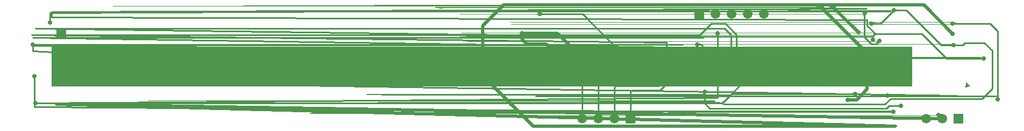
<source format=gbl>
%FSTAX25Y25*%
%MOMM*%
%SFA1B1*%

%IPPOS*%
%ADD10C,0.499872*%
%ADD11R,4.100068X4.100068*%
%ADD31C,0.254000*%
%ADD32R,1.499870X1.499870*%
%ADD33C,1.499870*%
%ADD34R,1.499870X1.499870*%
%ADD35C,0.499872*%
%ADD36C,0.700024*%
%ADD37R,3.050032X3.014980*%
%LNpcb1-1*%
%LPD*%
G36*
X14987498Y6662496D02*
X1436624D01*
Y7283754*
X14987498*
Y6662496*
G37*
G36*
X9727692Y6750253D02*
X9728047Y6747002D01*
X9728631Y6743877*
X972947Y6740855*
X9730536Y6737934*
X9731832Y6735114*
X9733356Y6732422*
X9735134Y6729831*
X973714Y6727367*
X9739376Y6725005*
X9690379*
X9692614Y6727367*
X9694621Y6729831*
X9696399Y6732422*
X9697923Y6735114*
X9699218Y6737934*
X9700285Y6740855*
X9701123Y6743877*
X9701707Y6747002*
X9702063Y6750253*
X970219Y6753606*
X972759*
X9727692Y6750253*
G37*
G36*
X15911753Y6657009D02*
X15900984Y6656933D01*
X15881654Y6655612*
X15873095Y6654368*
X15865297Y6652768*
X15858236Y6650761*
X15851911Y6648373*
X15846323Y6645605*
X15841497Y6642455*
X15837382Y6638925*
X15819424Y6656882*
X15822955Y6660997*
X15826105Y6665823*
X15828873Y6671411*
X15831261Y6677736*
X15833267Y6684797*
X15834868Y6692595*
X15836112Y6701155*
X15837433Y6720484*
X15837509Y6731254*
X15911753Y6657009*
G37*
G36*
X14069999Y6517995D02*
X14067637Y652023D01*
X14065148Y6522237*
X14062583Y6524015*
X14059865Y6525539*
X14057071Y652686*
X1405415Y6527901*
X14051127Y6528739*
X14047978Y6529324*
X14044752Y6529679*
X14041374Y6529806*
Y6555206*
X14044752Y6555308*
X14047978Y6555663*
X14051127Y6556273*
X1405415Y6557086*
X14057071Y6558153*
X14059865Y6559448*
X14062583Y6560972*
X14065148Y656275*
X14067637Y6564757*
X14069999Y6566992*
Y6517995*
G37*
G36*
X11742267Y6545122D02*
X11740261Y6542659D01*
X11738483Y6540068*
X11736959Y6537375*
X11735663Y6534556*
X11734596Y653166*
X11733758Y6528612*
X11733174Y6525488*
X11732818Y6522237*
X11732691Y6518884*
X11707291*
X1170719Y6522237*
X11706834Y6525488*
X1170625Y6528612*
X11705412Y653166*
X11704345Y6534556*
X1170305Y6537375*
X11701526Y6540068*
X11699748Y6542659*
X11697741Y6545122*
X11695506Y654751*
X11744502*
X11742267Y6545122*
G37*
G36*
X12237821Y6975271D02*
X12238177Y697202D01*
X12238761Y6968871*
X12239599Y6965848*
X12240641Y6962927*
X12241936Y6960133*
X12243485Y6957441*
X12245238Y695485*
X12247245Y6952361*
X12249505Y6949998*
X12200509*
X12202744Y6952361*
X1220475Y695485*
X12206528Y6957441*
X12208052Y6960133*
X12209348Y6962927*
X12210415Y6965848*
X12211227Y6968871*
X12211837Y697202*
X12212193Y6975271*
X12212294Y6978624*
X12237694*
X12237821Y6975271*
G37*
G36*
X10573537Y7044588D02*
X10576077Y7042556D01*
X10578693Y7040753*
X10581436Y7039203*
X10584256Y7037882*
X10587151Y7036816*
X10590149Y7036003*
X10593222Y7035419*
X10596397Y7035088*
X10599648Y7034987*
X10565003Y7000341*
X10564901Y7003618*
X10564571Y7006767*
X10564012Y7009866*
X10563174Y7012863*
X10562107Y7015759*
X10560786Y7018578*
X10559237Y7021296*
X10557433Y7023938*
X10555401Y7026478*
X10553115Y7028942*
X10571073Y7046899*
X10573537Y7044588*
G37*
G36*
X14177518Y6820509D02*
X1417513Y6822744D01*
X14172666Y6824751*
X14170075Y6826529*
X14167383Y6828053*
X14164564Y6829348*
X14161643Y6830415*
X1415862Y6831228*
X14155496Y6831838*
X14152245Y6832193*
X14148892Y6832295*
Y6857695*
X14152245Y6857822*
X14155496Y6858177*
X1415862Y6858762*
X14161643Y6859574*
X14164564Y6860641*
X14167383Y6861937*
X14170075Y6863486*
X14172666Y6865264*
X1417513Y6867245*
X14177518Y6869506*
Y6820509*
G37*
G36*
X1166975Y6795135D02*
X11667744Y6792645D01*
X11665991Y679008*
X11664442Y6787362*
X11663146Y6784568*
X11662079Y6781647*
X11661267Y6778625*
X11660682Y67755*
X11660327Y6772249*
X116602Y6768896*
X116348*
X11634673Y6772249*
X11634317Y67755*
X11633733Y6778625*
X1163292Y6781647*
X11631853Y6784568*
X11630558Y6787362*
X11629009Y679008*
X11627256Y6792645*
X11625249Y6795135*
X11622989Y6797497*
X11672011*
X1166975Y6795135*
G37*
G36*
X9637725Y6822186D02*
X9638385Y6812229D01*
X9638614Y6811086*
X9638919Y6810222*
X9639223Y6809638*
X9639579Y6809308*
X961042*
X9610775Y6809638*
X9611106Y6810222*
X9611385Y6811086*
X9611614Y6812229*
X9611817Y6813677*
X9612122Y681736*
X9612299Y6825005*
X9637699*
X9637725Y6822186*
G37*
G36*
X12187961Y6569735D02*
X12185675Y6566687D01*
X12184253Y6563995*
X12183694Y6561658*
X12183999Y6559702*
X12185167Y6558076*
X12187224Y6556806*
X12190145Y6555917*
X12193905Y6555384*
X12198553Y6555206*
X12173153Y6529806*
X12168149Y6529628*
X12163298Y652907*
X12158599Y6528181*
X12154027Y6526936*
X12149632Y652531*
X12145365Y6523329*
X1214125Y6520992*
X12137288Y65183*
X12133478Y6515252*
X12129795Y6511848*
X12142495Y6542506*
X12191111Y6573164*
X12187961Y6569735*
G37*
G36*
X10313111Y6263513D02*
X10314279Y6257874D01*
X10316286Y6251981*
X10319054Y6245809*
X10322636Y6239408*
X1032703Y6232753*
X10332212Y6225819*
X10344937Y6211239*
X10352506Y6203569*
X10247503*
X10255072Y6211239*
X10267797Y6225819*
X10272979Y6232753*
X10277348Y6239408*
X10280929Y6245809*
X10283723Y6251981*
X10285704Y6257874*
X10286898Y6263513*
X10287304Y6268923*
X10312704*
X10313111Y6263513*
G37*
G36*
X10566831Y6245199D02*
X10567212Y624083D01*
X10567847Y6236995*
X10568736Y6233642*
X10569879Y6230823*
X10571276Y6228511*
X10572927Y6226708*
X10574832Y6225413*
X10576991Y6224651*
X10579404Y6224397*
X10528604*
X10531017Y6224651*
X10533176Y6225413*
X10535081Y6226708*
X10536732Y6228511*
X10538129Y6230823*
X10539272Y6233642*
X10540161Y6236995*
X10540796Y624083*
X10541177Y6245199*
X10541304Y6250101*
X10566704*
X10566831Y6245199*
G37*
G36*
X10059085Y6263513D02*
X10060305Y6257874D01*
X10062286Y6251981*
X1006508Y6245809*
X10068661Y6239408*
X1007303Y6232753*
X10078212Y6225819*
X10090937Y6211239*
X10098506Y6203569*
X9993503*
X10001072Y6211239*
X10013797Y6225819*
X10018979Y6232753*
X10023348Y6239408*
X10026929Y6245809*
X10029723Y6251981*
X10031704Y6257874*
X10032898Y6263513*
X10033304Y6268923*
X10058704*
X10059085Y6263513*
G37*
G36*
X15405963Y6244767D02*
X15411348Y6240551D01*
X15417012Y6236843*
X15422956Y6233642*
X15429153Y6230924*
X1543563Y622874*
X15442361Y6227038*
X15449397Y6225844*
X15456687Y6225184*
X15464256Y6225006*
X15390012Y6150762*
X15389834Y6158306*
X15389148Y6165621*
X15387955Y6172631*
X15386278Y6179388*
X15384068Y6185839*
X15381376Y6192062*
X1537815Y6197981*
X15374442Y6203645*
X15370225Y620903*
X15365501Y6214135*
X15400858Y6249492*
X15405963Y6244767*
G37*
G36*
X9805111Y6263513D02*
X9806279Y6257874D01*
X9808286Y6251981*
X9811054Y6245809*
X9814636Y6239408*
X981903Y6232753*
X9824212Y6225819*
X9836937Y6211239*
X9844506Y6203569*
X9739503*
X9747072Y6211239*
X9759797Y6225819*
X9764979Y6232753*
X9769348Y6239408*
X9772929Y6245809*
X9775723Y6251981*
X9777704Y6257874*
X9778898Y6263513*
X9779304Y6268923*
X9804704*
X9805111Y6263513*
G37*
G36*
X11891899Y6428943D02*
X11889613Y6426479D01*
X11887555Y6423939*
X11885752Y6421297*
X11884202Y641858*
X11882882Y641576*
X11882856Y6415684*
X11882932Y6415659*
X11885853Y6414592*
X11888876Y6413754*
X11892Y6413169*
X11895251Y6412814*
X11898604Y6412687*
Y6387287*
X11895251Y6387185*
X11892Y638683*
X11888876Y6386245*
X11885853Y6385407*
X11882932Y638434*
X11880138Y6383045*
X11877421Y6381521*
X1187483Y6379743*
X11872366Y6377736*
X11870004Y6375501*
Y641035*
X1184534Y6434988*
X11848617Y643509*
X11851792Y643542*
X11854865Y6436004*
X11857863Y6436817*
X11860758Y6437884*
X11863578Y6439204*
X11866295Y6440754*
X11868937Y6442557*
X11871477Y6444615*
X11873941Y6446901*
X11891899Y6428943*
G37*
G36*
X1635031Y6507759D02*
X16350665Y6504508D01*
X1635125Y6501384*
X16352088Y6498336*
X16353155Y649544*
X1635445Y6492621*
X16355974Y6489928*
X16357752Y6487337*
X16359759Y6484874*
X16361994Y6482486*
X16312997*
X16315232Y6484874*
X16317239Y6487337*
X16319017Y6489928*
X16320541Y6492621*
X16321836Y649544*
X16322903Y6498336*
X16323741Y6501384*
X16324326Y6504508*
X16324681Y6507759*
X16324808Y6511112*
X16350208*
X1635031Y6507759*
G37*
G36*
X12035917Y641797D02*
X12032665Y6414389D01*
X120301Y6410858*
X12028195Y6407353*
X12026976Y6403898*
X12026468Y6400495*
X12026595Y6397117*
X12027433Y6393764*
X12028932Y6390462*
X12031116Y6387211*
X12033986Y6383985*
X12012701Y6369329*
X12009043Y6372758*
X12005208Y6375806*
X12001246Y6378498*
X11997131Y6380835*
X11992889Y6382816*
X11988469Y6384417*
X11983897Y6385687*
X11979198Y6386576*
X11974347Y6387109*
X11969343Y6387287*
Y6412687*
X11974347Y641289*
X11979198Y6413423*
X11983897Y6414312*
X11988469Y6415582*
X11992889Y6417183*
X11997131Y6419164*
X12001246Y6421501*
X12005208Y6424193*
X12009043Y6427241*
X12012701Y643067*
X12035917Y641797*
G37*
G36*
X14667509Y6233007D02*
X14665147Y6235242D01*
X14662658Y6237249*
X14660067Y6239027*
X14657374Y6240551*
X1465458Y6241846*
X14651659Y6242913*
X14648637Y6243726*
X14645487Y6244336*
X14642236Y6244691*
X14638883Y6244793*
Y6270193*
X14642236Y627032*
X14645487Y6270675*
X14648637Y627126*
X14651659Y6272098*
X1465458Y6273139*
X14657374Y6274435*
X14660067Y6275984*
X14662658Y6277762*
X14665147Y6279769*
X14667509Y6282004*
Y6233007*
G37*
G36*
X14790013Y6325489D02*
X14787626Y6327749D01*
X14785162Y6329756*
X14782571Y6331508*
X14779879Y6333058*
X14777059Y6334353*
X14774164Y633542*
X14771116Y6336233*
X14767991Y6336817*
X1476474Y6337173*
X14761387Y63373*
Y63627*
X1476474Y6362827*
X14767991Y6363182*
X14771116Y6363766*
X14774164Y6364579*
X14777059Y6365646*
X14779879Y6366941*
X14782571Y6368491*
X14785162Y6370243*
X14787626Y637225*
X14790013Y6374511*
Y6325489*
G37*
G36*
X12150598Y7033006D02*
X12150725Y7029653D01*
X1215108Y7026402*
X12151664Y7023252*
X12152477Y7020229*
X12153544Y7017308*
X12154839Y7014514*
X12156389Y7011822*
X12158141Y7009231*
X12160148Y7006742*
X12162409Y700438*
X12113387*
X12115647Y7006742*
X12117654Y7009231*
X12119406Y7011822*
X12120956Y7014514*
X12122251Y7017308*
X12123318Y7020229*
X12124131Y7023252*
X12124715Y7026402*
X12125071Y7029653*
X12125198Y7033006*
X12150598*
G37*
G36*
X14120317Y7717764D02*
X14120672Y7714513D01*
X14121257Y7711363*
X14122095Y7708341*
X14123162Y770542*
X14124457Y7702626*
X14125981Y7699933*
X14127759Y7697343*
X14129766Y7694853*
X14132001Y7692491*
X14083004*
X14085239Y7694853*
X14087246Y7697343*
X14089024Y7699933*
X14090548Y7702626*
X14091843Y770542*
X1409291Y7708341*
X14093748Y7711363*
X14094333Y7714513*
X14094688Y7717764*
X1409479Y7721117*
X1412019*
X14120317Y7717764*
G37*
G36*
X14263014Y7787487D02*
X14260474Y7785785D01*
X14258188Y778388*
X14256156Y7781798*
X14254403Y7779512*
X1425293Y7777022*
X14251736Y7774355*
X14250771Y7771511*
X14250111Y7768463*
X14249704Y7765237*
X14249577Y7761808*
X14224177Y7768361*
X14224076Y7771638*
X14223822Y7774863*
X14223365Y7778038*
X14222755Y7781163*
X14221968Y7784236*
X14221002Y7787259*
X14219859Y7790256*
X14218539Y7793177*
X1421704Y7796047*
X14215364Y7798892*
X14263014Y7787487*
G37*
G36*
X15654858Y7674762D02*
X15657347Y7672755D01*
X15659938Y7670977*
X1566263Y7669453*
X15665424Y7668158*
X15668345Y7667091*
X15671368Y7666253*
X15674517Y7665669*
X15677769Y7665313*
X15681121Y7665212*
Y7639812*
X15677769Y7639685*
X15674517Y7639329*
X15671368Y7638745*
X15668345Y7637907*
X15665424Y763684*
X1566263Y7635544*
X15659938Y763402*
X15657347Y7632242*
X15654858Y7630236*
X15652496Y7628001*
Y7676997*
X15654858Y7674762*
G37*
G36*
X14402206Y7513497D02*
X14406041Y7510449D01*
X14410004Y7507757*
X14414119Y750542*
X1441836Y7503439*
X1442278Y7501813*
X14427352Y7500569*
X14432051Y749968*
X14436902Y7499121*
X14441906Y7498943*
Y7473543*
X14436902Y7473365*
X14432051Y7472832*
X14427352Y7471943*
X1442278Y7470673*
X1441836Y7469047*
X14414119Y7467092*
X14410004Y7464755*
X14406041Y7462062*
X14402206Y7458989*
X14398548Y7455585*
X14375333Y7468285*
X14378559Y7471892*
X14381073Y7475474*
X14382877Y7479055*
X14383943Y7482662*
X14384299Y7486243*
X14383943Y748985*
X14382877Y7493431*
X14381073Y7497038*
X14378559Y750062*
X14375333Y7504201*
X14398548Y7516901*
X14402206Y7513497*
G37*
G36*
X14377339Y7672247D02*
X14379803Y7670241D01*
X14382394Y7668463*
X14385086Y7666939*
X14387906Y7665643*
X14390827Y7664577*
X14393849Y7663738*
X14396974Y7663154*
X14400225Y7662799*
X14403578Y7662672*
Y7637272*
X14400225Y763717*
X14396974Y7636814*
X14393849Y763623*
X14390827Y7635392*
X14387906Y7634325*
X14385086Y763303*
X14382394Y7631506*
X14379803Y7629728*
X14377339Y7627721*
X14374977Y7625486*
Y7674483*
X14377339Y7672247*
G37*
G36*
X13627862Y7919999D02*
X13618718Y7919643D01*
X13611275Y7918577*
X13605535Y7916824*
X13601522Y7914335*
X13599185Y791116*
X13598575Y7907274*
X13599668Y7902676*
X13602487Y7897368*
X13606983Y7891373*
X13613206Y7884642*
X13542492*
X13535279Y7891373*
X1352776Y7897368*
X13519962Y7902676*
X1351186Y7907274*
X13503478Y791116*
X13494791Y7914335*
X13485825Y7916824*
X13476554Y7918577*
X13467003Y7919643*
X13457148Y7919999*
X13517499Y7969986*
X13627862Y7919999*
G37*
G36*
X13817854D02*
X1380871Y7919643D01*
X13801267Y7918577*
X13795527Y7916824*
X13791514Y7914335*
X13789202Y791116*
X13788593Y7907274*
X13789685Y7902676*
X13792479Y7897368*
X13797Y7891373*
X13803223Y7884642*
X1373251*
X13725271Y7891373*
X13717778Y7897368*
X1370998Y7902676*
X13701877Y7907274*
X13693495Y791116*
X13684808Y7914335*
X13675817Y7916824*
X13666571Y7918577*
X13656995Y7919643*
X1364714Y7919999*
X13707491Y7969986*
X13817854Y7919999*
G37*
G36*
X14727351Y7882255D02*
X14729841Y7880248D01*
X14732431Y787847*
X14735124Y7876946*
X14737943Y7875651*
X14740839Y7874584*
X14743887Y7873771*
X14747011Y7873161*
X14750262Y7872806*
X14753615Y7872704*
Y7847304*
X14750262Y7847177*
X14747011Y7846822*
X14743887Y7846237*
X14740839Y7845425*
X14737943Y7844358*
X14735124Y7843062*
X14732431Y7841513*
X14729841Y7839735*
X14727351Y7837754*
X14724989Y7835493*
Y788449*
X14727351Y7882255*
G37*
G36*
X9152356Y782226D02*
X9154845Y7820253D01*
X9157436Y7818475*
X9160129Y7816951*
X9162923Y7815656*
X9165844Y7814589*
X9168866Y7813751*
X9172016Y7813167*
X9175267Y7812811*
X917862Y7812709*
Y7787309*
X9175267Y7787182*
X9172016Y7786827*
X9168866Y7786243*
X9165844Y7785404*
X9162923Y7784338*
X9160129Y7783042*
X9157436Y7781518*
X9154845Y777974*
X9152356Y7777734*
X9149994Y7775498*
Y7824495*
X9152356Y782226*
G37*
G36*
X1469964Y7825003D02*
X14696389Y7824901D01*
X14693214Y7824571*
X1469014Y7824012*
X14687143Y7823174*
X14684248Y7822107*
X14681428Y7820812*
X1467871Y7819237*
X14676069Y7817434*
X14673529Y7815402*
X14671065Y7813116*
X14653107Y7831074*
X14655393Y7833512*
X14657451Y7836077*
X14659254Y7838719*
X14660803Y7841437*
X14662099Y7844231*
X14663166Y7847152*
X14664004Y7850149*
X14664588Y7853222*
X14664918Y7856397*
X14664994Y7859649*
X1469964Y7825003*
G37*
G36*
X11947271Y7472629D02*
X11945264Y7470165D01*
X11943486Y7467574*
X11941937Y7464882*
X11940641Y7462062*
X11939574Y7459141*
X11938762Y7456119*
X11938177Y7452995*
X11937822Y7449743*
X11937695Y7446391*
X11912295*
X11912193Y7449743*
X11911838Y7452995*
X11911228Y7456119*
X11910415Y7459141*
X11909348Y7462062*
X11908053Y7464882*
X11906504Y7467574*
X11904751Y7470165*
X11902744Y7472629*
X11900509Y7474991*
X11949506*
X11947271Y7472629*
G37*
G36*
X11549659Y7190003D02*
X11546382Y7189901D01*
X11543233Y7189571*
X11540134Y7189012*
X11537137Y7188174*
X11534241Y7187107*
X11531422Y7185812*
X11528704Y7184237*
X11526062Y7182434*
X11523522Y7180402*
X11521059Y7178116*
X11503101Y7196074*
X11505387Y7198512*
X11507444Y7201077*
X11509248Y7203719*
X11510797Y7206437*
X11512118Y7209231*
X11513185Y7212152*
X11513997Y7215149*
X11514582Y7218222*
X11514912Y7221397*
X11514988Y7224649*
X11549659Y7190003*
G37*
G36*
X14204721Y7293635D02*
X14212239Y7287615D01*
X14220037Y7282332*
X14228114Y7277735*
X14236522Y7273848*
X14245209Y7270648*
X14254175Y7268184*
X14263446Y7266406*
X14272996Y7265339*
X14282851Y7265009*
X14332864Y7214997*
X14323517Y7214819*
X14315541Y7214311*
X14308912Y7213447*
X14303629Y7212228*
X14299692Y7210679*
X14297101Y7208774*
X14295831Y7206513*
X14295932Y7203922*
X1429738Y7200976*
X14300174Y7197674*
X14204823Y7222312*
X14169466Y7257669*
X14197507Y7300366*
X14204721Y7293635*
G37*
G36*
X11299647Y7190003D02*
X11296396Y7189901D01*
X11293221Y7189571*
X11290147Y7189012*
X1128715Y7188174*
X11284254Y7187107*
X11281435Y7185812*
X11278692Y7184237*
X11276076Y7182434*
X11273536Y7180402*
X11271072Y7178116*
X11253114Y7196074*
X112554Y7198512*
X11257432Y7201077*
X11259235Y7203719*
X1126081Y7206437*
X11262106Y7209231*
X11263172Y7212152*
X11264011Y7215149*
X11264569Y7218222*
X11264925Y7221397*
X11265001Y7224649*
X11299647Y7190003*
G37*
G36*
X160925Y70755D02*
X16090138Y7077735D01*
X16087648Y7079742*
X16085083Y708152*
X16082365Y7083044*
X16079571Y7084339*
X1607665Y7085406*
X16073628Y7086244*
X16070478Y7086828*
X16067252Y7087184*
X16063874Y7087311*
Y7112711*
X16067252Y7112812*
X16070478Y7113168*
X16073628Y7113752*
X1607665Y711459*
X16079571Y7115657*
X16082365Y7116953*
X16085083Y7118477*
X16087648Y7120255*
X16090138Y7122261*
X160925Y7124496*
Y70755*
G37*
G36*
X8626348Y7161504D02*
X8617204Y7161149D01*
X8609761Y7160082*
X8604046Y7158304*
X8600008Y715584*
X8597696Y7152665*
X8597087Y7148779*
X8598179Y7144181*
X8600973Y7138873*
X8605494Y7132853*
X8611717Y7126147*
X8541004*
X853379Y7132853*
X8526272Y7138873*
X8518474Y7144181*
X8510371Y7148779*
X8501989Y7152665*
X8493302Y715584*
X8484336Y7158304*
X8475065Y7160082*
X8465489Y7161149*
X8455634Y7161504*
X851601Y7211491*
X8626348Y7161504*
G37*
G36*
X14474545Y7345121D02*
X14471319Y7345273D01*
X14468195Y7345146*
X14465147Y734474*
X14462175Y7344054*
X1445928Y7343114*
X14456486Y7341895*
X14453768Y7340422*
X14451126Y7338644*
X14448561Y7336612*
X14446072Y7334326*
X14429562Y7353731*
X14431848Y735617*
X14433905Y7358684*
X14435734Y7361301*
X1443736Y7364018*
X14438782Y7366838*
X14439976Y7369733*
X14440941Y7372731*
X14441703Y7375804*
X14442262Y7378979*
X14442567Y7382256*
X14474545Y7345121*
G37*
G36*
X1438849Y7447102D02*
X14389125Y7440625D01*
X14389709Y743778*
X1439042Y7435164*
X14391309Y7432827*
X14392376Y7430744*
X14393595Y7428915*
X14394967Y7427315*
X14396516Y7425994*
X14354886*
X14356435Y7427315*
X14357807Y7428915*
X14359026Y7430744*
X14360067Y7432827*
X14360982Y7435164*
X14361693Y743778*
X14362277Y7440625*
X14362684Y7443724*
X14362912Y7447102*
X14363014Y7450709*
X14388388*
X1438849Y7447102*
G37*
G36*
X11627358Y7342251D02*
X11629847Y7340244D01*
X11632438Y7338491*
X1163513Y7336942*
X11637924Y7335647*
X11640845Y733458*
X11643868Y7333767*
X11647017Y7333183*
X11650268Y7332827*
X11653621Y73327*
Y73073*
X11650268Y7307173*
X11647017Y7306818*
X11643868Y7306233*
X11640845Y7305421*
X11637924Y7304354*
X1163513Y7303058*
X11632438Y7301509*
X11629847Y7299756*
X11627358Y729775*
X11624995Y7295489*
Y7344511*
X11627358Y7342251*
G37*
G36*
X15615005Y7285507D02*
X15612643Y7287742D01*
X15610154Y7289749*
X15607563Y7291527*
X15604871Y7293051*
X15602077Y7294346*
X15599156Y7295413*
X15596133Y7296226*
X15592983Y7296835*
X15589732Y7297191*
X15586379Y7297293*
Y7322693*
X15589732Y732282*
X15592983Y7323175*
X15596133Y7323759*
X15599156Y7324598*
X15602077Y7325639*
X15604871Y7326934*
X15607563Y7328484*
X15610154Y7330262*
X15612643Y7332268*
X15615005Y7334504*
Y7285507*
G37*
G36*
X15667355Y7332268D02*
X15669844Y7330262D01*
X15672435Y7328484*
X15675127Y7326934*
X15677921Y7325639*
X15680842Y7324598*
X1568389Y7323759*
X15687014Y7323175*
X15690265Y732282*
X15693618Y7322693*
Y7297293*
X15690265Y7297191*
X15687014Y7296835*
X1568389Y7296226*
X15680842Y7295413*
X15677921Y7294346*
X15675127Y7293051*
X15672435Y7291527*
X15669844Y7289749*
X15667355Y7287742*
X15664992Y7285507*
Y7334504*
X15667355Y7332268*
G37*
G54D10*
X14616506Y723999D02*
X14675002Y7181494D01*
X14222501Y723999D02*
X14616506D01*
X851601Y7186498D02*
X8667496Y7035012D01*
X8425002Y7186498D02*
X851601D01*
X8843797Y7499807D02*
X9400006D01*
X9575012Y732D02*
Y7324801D01*
X9400006Y7499807D02*
X9575012Y7324801D01*
X9550019Y6999986D02*
X10374985D01*
X9225Y7325004D02*
X9550019Y6999986D01*
X8918803Y7325004D02*
X9225D01*
X8843797Y740001D02*
X8918803Y7325004D01*
X8843797Y740001D02*
Y7499807D01*
X8222513Y6825005D02*
X867001Y6377508D01*
X13517499Y7944993D02*
X13707491D01*
X13517499D02*
X14222501Y723999D01*
X13707491Y7944993D02*
X14140002Y7512507D01*
X1523751Y6377508D02*
X15464993Y615D01*
X1507749Y6377508D02*
X1523751D01*
X867001D02*
X9017508Y603001D01*
X14729993*
X1507749Y6377508*
X15174468Y7944993D02*
X15626969Y7492492D01*
X13707491Y7944993D02*
X15174468D01*
X13974978Y6449999D02*
X14119987D01*
X14282496Y6612509*
Y7179995*
X14222501Y723999D02*
X14282496Y7179995D01*
X851601Y7186498D02*
X8825992D01*
X8875014Y7137501*
X8222513Y6825005D02*
Y7614996D01*
X855251Y7944993*
X13517499*
G54D11*
X14675002Y6972503D03*
G54D31*
X11600002Y732D02*
X11669191D01*
X11684076Y7305116*
Y7263333D02*
Y7305116D01*
X11020729Y6599986D02*
X11684076Y7263333D01*
X10568889Y6599986D02*
X11020729D01*
X10554004Y6585127D02*
X10568889Y6599986D01*
X10554004Y615D02*
Y6585127D01*
X11924995Y6479997D02*
Y750001D01*
X1184501Y6400012D02*
X11924995Y6479997D01*
X11200003Y7274991D02*
X1134999Y7425004D01*
X11694998*
X11124996Y7200011D02*
Y7349998D01*
X1124999Y7474991*
X11649989*
X11824995Y7649997*
X12049988*
X11694998Y7425004D02*
X1184501Y7574991D01*
X12035129*
X12049988Y7649997D02*
X12224994Y7474991D01*
Y6925005D02*
Y7474991D01*
X12035129Y7574991D02*
X12137898Y7472222D01*
Y6979386D02*
Y7472222D01*
X9624999Y6777507D02*
Y6825005D01*
X10774603Y6849592D02*
X11124996Y7200011D01*
X9624999Y6825005D02*
X9649612Y6849592D01*
X11200003Y7200011D02*
Y7274991D01*
X971489Y6699986D02*
Y6764883D01*
X10804194Y6804202D02*
X11200003Y7200011D01*
X971489Y6764883D02*
X9754209Y6804202D01*
X9792004Y615D02*
Y6743928D01*
X10833811Y6758787D02*
X11300002Y7225004D01*
X9792004Y6743928D02*
X9806889Y6758787D01*
X1134999Y732D02*
X11374196D01*
X1138908Y7305116*
Y7214082D02*
Y7305116D01*
X10046004Y615D02*
Y6698513D01*
X10888395Y6713397D02*
X1138908Y7214082D01*
X10046004Y6698513D02*
X10060889Y6713397D01*
X10300004Y615D02*
Y6653123D01*
X10992993Y6668008D02*
X11549989Y7225004D01*
X10300004Y6653123D02*
X10314889Y6668008D01*
X10992993*
X10060889Y6713397D02*
X10888395D01*
X9806889Y6758787D02*
X10833811D01*
X9754209Y6804202D02*
X10804194D01*
X9649612Y6849592D02*
X10774603D01*
X14599996Y6512509D02*
X15693009D01*
X1591249Y673199*
X14140002Y7509992D02*
Y7512507D01*
X12133503Y6974992D02*
X12137898Y6979386D01*
D01*
X116475Y6339992D02*
Y682249D01*
X11719991Y6392494D02*
Y6572504D01*
Y6392494D02*
X11800001Y6312509D01*
X15627502Y7652486D02*
X16217493D01*
X16337508Y7532497*
Y6457492D02*
Y7532497D01*
X14375714Y7450709D02*
X14411248Y7486243D01*
X14375714Y7397851D02*
Y7450709D01*
X14473809Y7379995D02*
X14477492D01*
X14423948Y733016D02*
X14473809Y7379995D01*
X14347647Y733016D02*
X14423948D01*
X1410749Y7667498D02*
Y7822488D01*
X14170202Y7885201*
X12000001Y6400012D02*
X12142495Y6542506D01*
X1184501Y6400012D02*
X12000001D01*
X12445009Y6844995D02*
X14202511D01*
X12142495Y6542506D02*
X12445009Y6844995D01*
X14411248Y7486243D02*
X15143759D01*
X14170202Y7885201D02*
X14273047D01*
X1432499Y7833233*
Y7749997D02*
Y7833233D01*
X14236877Y7809382D02*
X14245005Y781751D01*
X14236877Y7440955D02*
X14347647Y733016D01*
X14236877Y7440955D02*
Y7809382D01*
X14282267Y7707274D02*
X1432499Y7749997D01*
X14282267Y7615224D02*
X14411248Y7486243D01*
X14282267Y7615224D02*
Y7707274D01*
X14349958Y7649997D02*
X14489988D01*
X14699996Y7860004*
X15445003Y7309993D02*
X15639999D01*
X14894991Y7860004D02*
X15445003Y7309993D01*
X14699996Y7860004D02*
X14894991D01*
X15143759Y7486243D02*
X15529991Y7100011D01*
X16117493*
X15639999Y7309993D02*
X15785744D01*
X15823438Y7347712*
X16127298*
X16250005Y7225004*
Y6625005D02*
Y7225004D01*
X116475Y6339992D02*
X11729999Y6257493D01*
X14692503*
X12142495Y6542506D02*
X14094993D01*
X11800001Y6312509D02*
X14587499D01*
X14624989Y635*
X14815007*
X12000001Y6400012D02*
X12024995Y6374993D01*
X14558238*
X14650339Y6467094*
X16092093*
X16250005Y6625005*
X9800005Y7800009D02*
X10600004Y6999986D01*
X9125Y7800009D02*
X9800005D01*
G54D32*
X10554004Y615D03*
X11634012Y7800009D03*
X15718993Y615D03*
G54D33*
X10300004Y615D03*
X10046004D03*
X9792004D03*
X11888012Y7800009D03*
X12141987D03*
X12395987D03*
X12650012D03*
X15210993Y615D03*
X15464993D03*
X1591249Y723999D03*
Y698599D03*
Y673199D03*
G54D34*
X1591249Y749399D03*
G54D35*
X14510004Y6807504D03*
Y6917486D03*
Y7027494D03*
Y7137501D03*
X14620011Y6807504D03*
Y6917486D03*
Y7027494D03*
Y7137501D03*
X14729993Y6807504D03*
Y6917486D03*
Y7027494D03*
Y7137501D03*
X1484Y6807504D03*
Y6917486D03*
Y7027494D03*
Y7137501D03*
X8984996Y6955002D03*
X9035008Y7035012D03*
X8984996Y7114997D03*
X8935008Y7035012D03*
G54D36*
X11600002Y732D03*
X1134999D03*
X11300002Y7225004D03*
X8425002Y7186498D03*
X8667496Y7035012D03*
X9624999Y6777507D03*
X11924995Y750001D03*
X12224994Y6925005D03*
X971489Y6699986D03*
X11549989Y7225004D03*
X10374985Y6999986D03*
X8843797Y7499807D03*
X9575012Y732D03*
X867001Y6377508D03*
X15639999Y7309993D03*
X15626969Y7492492D03*
X14599996Y6512509D03*
X12137898Y6979386D03*
X116475Y682249D03*
X11719991Y6572504D03*
X14692503Y6257493D03*
X14094993Y6542506D03*
X14202511Y6844995D03*
X14477492Y7379995D03*
X16117493Y7100011D03*
X14140002Y7512507D03*
X15627502Y7652486D03*
X16337508Y6457492D03*
X1410749Y7667498D03*
X14375714Y7397851D03*
X14245005Y781751D03*
X14349958Y7649997D03*
X14699996Y7860004D03*
X14815007Y635D03*
X13974978Y6449999D03*
X1184501Y6400012D03*
X10600004Y6999986D03*
X9125Y7800009D03*
G54D37*
X8984996Y7035749D03*
M02*
</source>
